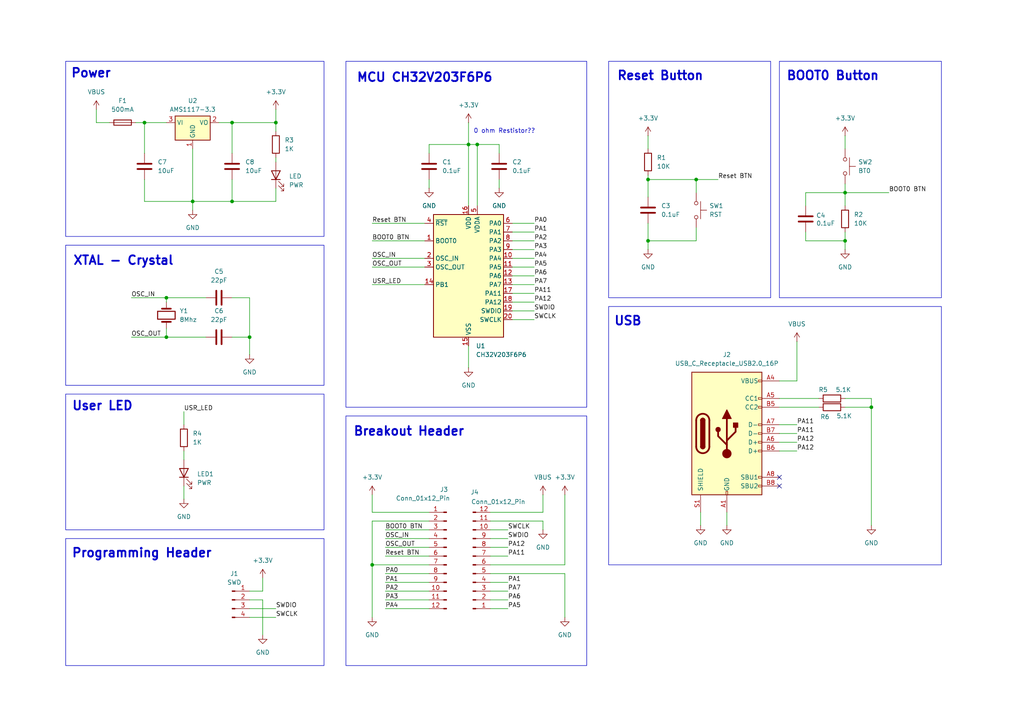
<source format=kicad_sch>
(kicad_sch (version 20250114) (generator "eeschema") (generator_version "9.0")
  (paper "A4")
  (title_block (title "Taunoe CH332V203F6P6") (date "2025-03-25") (company "Tauno Erik"))
  (lib_symbols
    (symbol "Connector:Conn_01x04_Pin" (pin_names (offset 1.016) (hide yes))
      (property "Reference" "J" (at 0 5.08 0))
      (property "Value" "Conn_01x04_Pin" (at 0 -7.62 0))
      (symbol "Conn_01x04_Pin_1_1"
        (rectangle (start 0.8636 2.667) (end 0 2.413) (stroke (width 0.1524)) (fill (type outline)))
        (rectangle (start 0.8636 0.127) (end 0 -0.127) (stroke (width 0.1524)) (fill (type outline)))
        (rectangle (start 0.8636 -2.413) (end 0 -2.667) (stroke (width 0.1524)) (fill (type outline)))
        (rectangle (start 0.8636 -4.953) (end 0 -5.207) (stroke (width 0.1524)) (fill (type outline)))
        (polyline (pts (xy 1.27 2.54) (xy 0.8636 2.54)) (stroke (width 0.1524)))
        (polyline (pts (xy 1.27 0) (xy 0.8636 0)) (stroke (width 0.1524)))
        (polyline (pts (xy 1.27 -2.54) (xy 0.8636 -2.54)) (stroke (width 0.1524)))
        (polyline (pts (xy 1.27 -5.08) (xy 0.8636 -5.08)) (stroke (width 0.1524)))
        (pin passive line (at 5.08 2.54 180) (length 3.81) (name "Pin_1") (number "1"))
        (pin passive line (at 5.08 0 180) (length 3.81) (name "Pin_2") (number "2"))
        (pin passive line (at 5.08 -2.54 180) (length 3.81) (name "Pin_3") (number "3"))
        (pin passive line (at 5.08 -5.08 180) (length 3.81) (name "Pin_4") (number "4"))
      )
    )
    (symbol "Connector:Conn_01x12_Pin" (pin_names (offset 1.016) (hide yes))
      (property "Reference" "J" (at 0 15.24 0))
      (property "Value" "Conn_01x12_Pin" (at 0 -17.78 0))
      (symbol "Conn_01x12_Pin_1_1"
        (rectangle (start 0.8636 12.827) (end 0 12.573) (stroke (width 0.1524)) (fill (type outline)))
        (rectangle (start 0.8636 10.287) (end 0 10.033) (stroke (width 0.1524)) (fill (type outline)))
        (rectangle (start 0.8636 7.747) (end 0 7.493) (stroke (width 0.1524)) (fill (type outline)))
        (rectangle (start 0.8636 5.207) (end 0 4.953) (stroke (width 0.1524)) (fill (type outline)))
        (rectangle (start 0.8636 2.667) (end 0 2.413) (stroke (width 0.1524)) (fill (type outline)))
        (rectangle (start 0.8636 0.127) (end 0 -0.127) (stroke (width 0.1524)) (fill (type outline)))
        (rectangle (start 0.8636 -2.413) (end 0 -2.667) (stroke (width 0.1524)) (fill (type outline)))
        (rectangle (start 0.8636 -4.953) (end 0 -5.207) (stroke (width 0.1524)) (fill (type outline)))
        (rectangle (start 0.8636 -7.493) (end 0 -7.747) (stroke (width 0.1524)) (fill (type outline)))
        (rectangle (start 0.8636 -10.033) (end 0 -10.287) (stroke (width 0.1524)) (fill (type outline)))
        (rectangle (start 0.8636 -12.573) (end 0 -12.827) (stroke (width 0.1524)) (fill (type outline)))
        (rectangle (start 0.8636 -15.113) (end 0 -15.367) (stroke (width 0.1524)) (fill (type outline)))
        (polyline (pts (xy 1.27 12.7) (xy 0.8636 12.7)) (stroke (width 0.1524)))
        (polyline (pts (xy 1.27 10.16) (xy 0.8636 10.16)) (stroke (width 0.1524)))
        (polyline (pts (xy 1.27 7.62) (xy 0.8636 7.62)) (stroke (width 0.1524)))
        (polyline (pts (xy 1.27 5.08) (xy 0.8636 5.08)) (stroke (width 0.1524)))
        (polyline (pts (xy 1.27 2.54) (xy 0.8636 2.54)) (stroke (width 0.1524)))
        (polyline (pts (xy 1.27 0) (xy 0.8636 0)) (stroke (width 0.1524)))
        (polyline (pts (xy 1.27 -2.54) (xy 0.8636 -2.54)) (stroke (width 0.1524)))
        (polyline (pts (xy 1.27 -5.08) (xy 0.8636 -5.08)) (stroke (width 0.1524)))
        (polyline (pts (xy 1.27 -7.62) (xy 0.8636 -7.62)) (stroke (width 0.1524)))
        (polyline (pts (xy 1.27 -10.16) (xy 0.8636 -10.16)) (stroke (width 0.1524)))
        (polyline (pts (xy 1.27 -12.7) (xy 0.8636 -12.7)) (stroke (width 0.1524)))
        (polyline (pts (xy 1.27 -15.24) (xy 0.8636 -15.24)) (stroke (width 0.1524)))
        (pin passive line (at 5.08 12.7 180) (length 3.81) (name "Pin_1") (number "1"))
        (pin passive line (at 5.08 10.16 180) (length 3.81) (name "Pin_2") (number "2"))
        (pin passive line (at 5.08 7.62 180) (length 3.81) (name "Pin_3") (number "3"))
        (pin passive line (at 5.08 5.08 180) (length 3.81) (name "Pin_4") (number "4"))
        (pin passive line (at 5.08 2.54 180) (length 3.81) (name "Pin_5") (number "5"))
        (pin passive line (at 5.08 0 180) (length 3.81) (name "Pin_6") (number "6"))
        (pin passive line (at 5.08 -2.54 180) (length 3.81) (name "Pin_7") (number "7"))
        (pin passive line (at 5.08 -5.08 180) (length 3.81) (name "Pin_8") (number "8"))
        (pin passive line (at 5.08 -7.62 180) (length 3.81) (name "Pin_9") (number "9"))
        (pin passive line (at 5.08 -10.16 180) (length 3.81) (name "Pin_10") (number "10"))
        (pin passive line (at 5.08 -12.7 180) (length 3.81) (name "Pin_11") (number "11"))
        (pin passive line (at 5.08 -15.24 180) (length 3.81) (name "Pin_12") (number "12"))
      )
    )
    (symbol "Connector:USB_C_Receptacle_USB2.0_16P" (pin_names (offset 1.016))
      (property "Reference" "J" (at 0 22.225 0))
      (property "Value" "USB_C_Receptacle_USB2.0_16P" (at 0 19.685 0))
      (symbol "USB_C_Receptacle_USB2.0_16P_0_0"
        (rectangle (start -0.254 -17.78) (end 0.254 -16.764))
        (rectangle (start 10.16 15.494) (end 9.144 14.986))
        (rectangle (start 10.16 10.414) (end 9.144 9.906))
        (rectangle (start 10.16 7.874) (end 9.144 7.366))
        (rectangle (start 10.16 2.794) (end 9.144 2.286))
        (rectangle (start 10.16 0.254) (end 9.144 -0.254))
        (rectangle (start 10.16 -2.286) (end 9.144 -2.794))
        (rectangle (start 10.16 -4.826) (end 9.144 -5.334))
        (rectangle (start 10.16 -12.446) (end 9.144 -12.954))
        (rectangle (start 10.16 -14.986) (end 9.144 -15.494))
      )
      (symbol "USB_C_Receptacle_USB2.0_16P_0_1"
        (rectangle (start -10.16 17.78) (end 10.16 -17.78) (stroke (width 0.254)) (fill (type background)))
        (polyline (pts (xy -8.89 -3.81) (xy -8.89 3.81)) (stroke (width 0.508)))
        (rectangle (start -7.62 -3.81) (end -6.35 3.81) (stroke (width 0.254)) (fill (type outline)))
        (arc (start -7.62 3.81) (mid -6.985 4.4423) (end -6.35 3.81) (stroke (width 0.254)))
        (arc (start -7.62 3.81) (mid -6.985 4.4423) (end -6.35 3.81) (stroke (width 0.254)) (fill (type outline)))
        (arc (start -8.89 3.81) (mid -6.985 5.7067) (end -5.08 3.81) (stroke (width 0.508)))
        (arc (start -5.08 -3.81) (mid -6.985 -5.7067) (end -8.89 -3.81) (stroke (width 0.508)))
        (arc (start -6.35 -3.81) (mid -6.985 -4.4423) (end -7.62 -3.81) (stroke (width 0.254)))
        (arc (start -6.35 -3.81) (mid -6.985 -4.4423) (end -7.62 -3.81) (stroke (width 0.254)) (fill (type outline)))
        (polyline (pts (xy -5.08 3.81) (xy -5.08 -3.81)) (stroke (width 0.508)))
        (circle (center -2.54 1.143) (radius 0.635) (stroke (width 0.254)) (fill (type outline)))
        (polyline (pts (xy -1.27 4.318) (xy 0 6.858) (xy 1.27 4.318) (xy -1.27 4.318)) (stroke (width 0.254)) (fill (type outline)))
        (polyline (pts (xy 0 -2.032) (xy 2.54 0.508) (xy 2.54 1.778)) (stroke (width 0.508)))
        (polyline (pts (xy 0 -3.302) (xy -2.54 -0.762) (xy -2.54 0.508)) (stroke (width 0.508)))
        (polyline (pts (xy 0 -5.842) (xy 0 4.318)) (stroke (width 0.508)))
        (circle (center 0 -5.842) (radius 1.27) (fill (type outline)))
        (rectangle (start 1.905 1.778) (end 3.175 3.048) (stroke (width 0.254)) (fill (type outline)))
      )
      (symbol "USB_C_Receptacle_USB2.0_16P_1_1"
        (pin passive line (at -7.62 -22.86 90) (length 5.08) (name "SHIELD") (number "S1"))
        (pin passive line (at 0 -22.86 90) (length 5.08) (name "GND") (number "A1"))
        (pin passive line (at 0 -22.86 90) (length 5.08) (hide yes) (name "GND") (number "A12"))
        (pin passive line (at 0 -22.86 90) (length 5.08) (hide yes) (name "GND") (number "B1"))
        (pin passive line (at 0 -22.86 90) (length 5.08) (hide yes) (name "GND") (number "B12"))
        (pin passive line (at 15.24 15.24 180) (length 5.08) (name "VBUS") (number "A4"))
        (pin passive line (at 15.24 15.24 180) (length 5.08) (hide yes) (name "VBUS") (number "A9"))
        (pin passive line (at 15.24 15.24 180) (length 5.08) (hide yes) (name "VBUS") (number "B4"))
        (pin passive line (at 15.24 15.24 180) (length 5.08) (hide yes) (name "VBUS") (number "B9"))
        (pin bidirectional line (at 15.24 10.16 180) (length 5.08) (name "CC1") (number "A5"))
        (pin bidirectional line (at 15.24 7.62 180) (length 5.08) (name "CC2") (number "B5"))
        (pin bidirectional line (at 15.24 2.54 180) (length 5.08) (name "D-") (number "A7"))
        (pin bidirectional line (at 15.24 0 180) (length 5.08) (name "D-") (number "B7"))
        (pin bidirectional line (at 15.24 -2.54 180) (length 5.08) (name "D+") (number "A6"))
        (pin bidirectional line (at 15.24 -5.08 180) (length 5.08) (name "D+") (number "B6"))
        (pin bidirectional line (at 15.24 -12.7 180) (length 5.08) (name "SBU1") (number "A8"))
        (pin bidirectional line (at 15.24 -15.24 180) (length 5.08) (name "SBU2") (number "B8"))
      )
    )
    (symbol "Device:C" (pin_numbers (hide yes)) (pin_names (offset 0.254))
      (property "Reference" "C" (at 0.635 2.54 0))
      (property "Value" "C" (at 0.635 -2.54 0))
      (symbol "C_0_1"
        (polyline (pts (xy -2.032 0.762) (xy 2.032 0.762)) (stroke (width 0.508)))
        (polyline (pts (xy -2.032 -0.762) (xy 2.032 -0.762)) (stroke (width 0.508)))
      )
      (symbol "C_1_1"
        (pin passive line (at 0 3.81 270) (length 2.794) (name "~") (number "1"))
        (pin passive line (at 0 -3.81 90) (length 2.794) (name "~") (number "2"))
      )
    )
    (symbol "Device:Crystal" (pin_numbers (hide yes)) (pin_names (offset 1.016) (hide yes))
      (property "Reference" "Y" (at 0 3.81 0))
      (property "Value" "Crystal" (at 0 -3.81 0))
      (symbol "Crystal_0_1"
        (polyline (pts (xy -2.54 0) (xy -1.905 0)))
        (polyline (pts (xy -1.905 -1.27) (xy -1.905 1.27)) (stroke (width 0.508)))
        (rectangle (start -1.143 2.54) (end 1.143 -2.54) (stroke (width 0.3048)))
        (polyline (pts (xy 1.905 -1.27) (xy 1.905 1.27)) (stroke (width 0.508)))
        (polyline (pts (xy 2.54 0) (xy 1.905 0)))
      )
      (symbol "Crystal_1_1"
        (pin passive line (at -3.81 0 0) (length 1.27) (name "1") (number "1"))
        (pin passive line (at 3.81 0 180) (length 1.27) (name "2") (number "2"))
      )
    )
    (symbol "Device:Fuse" (pin_numbers (hide yes)) (pin_names (offset 0))
      (property "Reference" "F" (at 2.032 0 90))
      (property "Value" "Fuse" (at -1.905 0 90))
      (symbol "Fuse_0_1"
        (rectangle (start -0.762 -2.54) (end 0.762 2.54) (stroke (width 0.254)))
        (polyline (pts (xy 0 2.54) (xy 0 -2.54)))
      )
      (symbol "Fuse_1_1"
        (pin passive line (at 0 3.81 270) (length 1.27) (name "~") (number "1"))
        (pin passive line (at 0 -3.81 90) (length 1.27) (name "~") (number "2"))
      )
    )
    (symbol "Device:LED" (pin_numbers (hide yes)) (pin_names (offset 1.016) (hide yes))
      (property "Reference" "D" (at 0 2.54 0))
      (property "Value" "LED" (at 0 -2.54 0))
      (symbol "LED_0_1"
        (polyline (pts (xy -3.048 -0.762) (xy -4.572 -2.286) (xy -3.81 -2.286) (xy -4.572 -2.286) (xy -4.572 -1.524)))
        (polyline (pts (xy -1.778 -0.762) (xy -3.302 -2.286) (xy -2.54 -2.286) (xy -3.302 -2.286) (xy -3.302 -1.524)))
        (polyline (pts (xy -1.27 0) (xy 1.27 0)))
        (polyline (pts (xy -1.27 -1.27) (xy -1.27 1.27)) (stroke (width 0.254)))
        (polyline (pts (xy 1.27 -1.27) (xy 1.27 1.27) (xy -1.27 0) (xy 1.27 -1.27)) (stroke (width 0.254)))
      )
      (symbol "LED_1_1"
        (pin passive line (at -3.81 0 0) (length 2.54) (name "K") (number "1"))
        (pin passive line (at 3.81 0 180) (length 2.54) (name "A") (number "2"))
      )
    )
    (symbol "Device:R" (pin_numbers (hide yes)) (pin_names (offset 0))
      (property "Reference" "R" (at 2.032 0 90))
      (property "Value" "R" (at 0 0 90))
      (symbol "R_0_1"
        (rectangle (start -1.016 -2.54) (end 1.016 2.54) (stroke (width 0.254)))
      )
      (symbol "R_1_1"
        (pin passive line (at 0 3.81 270) (length 1.27) (name "~") (number "1"))
        (pin passive line (at 0 -3.81 90) (length 1.27) (name "~") (number "2"))
      )
    )
    (symbol "MCU_WCH_CH32V2:CH32V203F6P6"
      (property "Reference" "U" (at -10.16 19.05 0))
      (property "Value" "CH32V203F6P6" (at 2.54 19.05 0))
      (symbol "CH32V203F6P6_0_1"
        (rectangle (start -10.16 -17.78) (end 10.16 17.78) (stroke (width 0.254)) (fill (type background)))
      )
      (symbol "CH32V203F6P6_1_1"
        (pin input line (at -12.7 15.24 0) (length 2.54) (name "~{RST}") (number "4"))
        (pin bidirectional line (at -12.7 10.16 0) (length 2.54) (name "BOOT0") (number "1"))
        (pin bidirectional line (at -12.7 5.08 0) (length 2.54) (name "OSC_IN") (number "2"))
        (pin bidirectional line (at -12.7 2.54 0) (length 2.54) (name "OSC_OUT") (number "3"))
        (pin bidirectional line (at -12.7 -2.54 0) (length 2.54) (name "PB1") (number "14"))
        (pin power_in line (at 0 20.32 270) (length 2.54) (name "VDD") (number "16"))
        (pin power_in line (at 0 -20.32 90) (length 2.54) (name "VSS") (number "15"))
        (pin power_in line (at 2.54 20.32 270) (length 2.54) (name "VDDA") (number "5"))
        (pin bidirectional line (at 12.7 15.24 180) (length 2.54) (name "PA0") (number "6"))
        (pin bidirectional line (at 12.7 12.7 180) (length 2.54) (name "PA1") (number "7"))
        (pin bidirectional line (at 12.7 10.16 180) (length 2.54) (name "PA2") (number "8"))
        (pin bidirectional line (at 12.7 7.62 180) (length 2.54) (name "PA3") (number "9"))
        (pin bidirectional line (at 12.7 5.08 180) (length 2.54) (name "PA4") (number "10"))
        (pin bidirectional line (at 12.7 2.54 180) (length 2.54) (name "PA5") (number "11"))
        (pin bidirectional line (at 12.7 0 180) (length 2.54) (name "PA6") (number "12"))
        (pin bidirectional line (at 12.7 -2.54 180) (length 2.54) (name "PA7") (number "13"))
        (pin bidirectional line (at 12.7 -5.08 180) (length 2.54) (name "PA11") (number "17"))
        (pin bidirectional line (at 12.7 -7.62 180) (length 2.54) (name "PA12") (number "18"))
        (pin bidirectional line (at 12.7 -10.16 180) (length 2.54) (name "SWDIO") (number "19"))
        (pin bidirectional line (at 12.7 -12.7 180) (length 2.54) (name "SWCLK") (number "20"))
      )
    )
    (symbol "Regulator_Linear:AMS1117-3.3"
      (property "Reference" "U" (at -3.81 3.175 0))
      (property "Value" "AMS1117-3.3" (at 0 3.175 0))
      (symbol "AMS1117-3.3_0_1"
        (rectangle (start -5.08 -5.08) (end 5.08 1.905) (stroke (width 0.254)) (fill (type background)))
      )
      (symbol "AMS1117-3.3_1_1"
        (pin power_in line (at -7.62 0 0) (length 2.54) (name "VI") (number "3"))
        (pin power_in line (at 0 -7.62 90) (length 2.54) (name "GND") (number "1"))
        (pin power_out line (at 7.62 0 180) (length 2.54) (name "VO") (number "2"))
      )
    )
    (symbol "Switch:SW_Push" (pin_numbers (hide yes)) (pin_names (offset 1.016) (hide yes))
      (property "Reference" "SW" (at 1.27 2.54 0))
      (property "Value" "SW_Push" (at 0 -1.524 0))
      (symbol "SW_Push_0_1"
        (circle (center -2.032 0) (radius 0.508))
        (polyline (pts (xy 0 1.27) (xy 0 3.048)))
        (circle (center 2.032 0) (radius 0.508))
        (polyline (pts (xy 2.54 1.27) (xy -2.54 1.27)))
        (pin passive line (at -5.08 0 0) (length 2.54) (name "1") (number "1"))
        (pin passive line (at 5.08 0 180) (length 2.54) (name "2") (number "2"))
      )
    )
    (symbol "power:+3.3V" (power) (pin_numbers (hide yes)) (pin_names (offset 0) (hide yes))
      (property "Value" "+3.3V" (at 0 3.556 0))
      (symbol "+3.3V_0_1"
        (polyline (pts (xy -0.762 1.27) (xy 0 2.54)))
        (polyline (pts (xy 0 2.54) (xy 0.762 1.27)))
        (polyline (pts (xy 0 0) (xy 0 2.54)))
      )
      (symbol "+3.3V_1_1"
        (pin power_in line (at 0 0 90) (length 0) (name "~") (number "1"))
      )
    )
    (symbol "power:GND" (power) (pin_numbers (hide yes)) (pin_names (offset 0) (hide yes))
      (property "Value" "GND" (at 0 -3.81 0))
      (symbol "GND_0_1"
        (polyline (pts (xy 0 0) (xy 0 -1.27) (xy 1.27 -1.27) (xy 0 -2.54) (xy -1.27 -1.27) (xy 0 -1.27)))
      )
      (symbol "GND_1_1"
        (pin power_in line (at 0 0 270) (length 0) (name "~") (number "1"))
      )
    )
    (symbol "power:VBUS" (power) (pin_numbers (hide yes)) (pin_names (offset 0) (hide yes))
      (property "Value" "VBUS" (at 0 3.556 0))
      (symbol "VBUS_0_1"
        (polyline (pts (xy -0.762 1.27) (xy 0 2.54)))
        (polyline (pts (xy 0 2.54) (xy 0.762 1.27)))
        (polyline (pts (xy 0 0) (xy 0 2.54)))
      )
      (symbol "VBUS_1_1"
        (pin power_in line (at 0 0 90) (length 0) (name "~") (number "1"))
      )
    )
  )
  (rectangle (start 19.05 114.3) (end 93.98 153.67))
  (rectangle (start 176.53 17.78) (end 223.52 86.36))
  (rectangle (start 100.33 120.65) (end 170.18 193.04))
  (rectangle (start 176.53 88.9) (end 273.05 163.83))
  (rectangle (start 226.06 17.78) (end 273.05 86.36))
  (rectangle (start 19.05 156.21) (end 93.98 193.04))
  (rectangle (start 19.05 17.78) (end 93.98 68.58))
  (rectangle (start 19.05 71.12) (end 93.98 111.76))
  (rectangle (start 100.33 17.78) (end 170.18 118.11))
  (text "Power" (at 26.416 21.336 0) (effects (font (size 2.54 2.54) (thickness 0.508) (bold yes))))
  (text "MCU CH32V203F6P6" (at 123.19 22.606 0) (effects (font (size 2.54 2.54) (thickness 0.508) (bold yes))))
  (text "0 ohm Restistor??" (at 146.304 38.1 0) (effects (font (size 1.27 1.27))))
  (text "USB" (at 182.118 93.218 0) (effects (font (size 2.54 2.54) (thickness 0.508) (bold yes))))
  (text "XTAL - Crystal" (at 35.814 75.692 0) (effects (font (size 2.54 2.54) (thickness 0.508) (bold yes))))
  (text "BOOT0 Button" (at 241.554 22.098 0) (effects (font (size 2.54 2.54) (thickness 0.508) (bold yes))))
  (text "Breakout Header" (at 118.618 125.222 0) (effects (font (size 2.54 2.54) (thickness 0.508) (bold yes))))
  (text "User LED" (at 29.718 117.856 0) (effects (font (size 2.54 2.54) (thickness 0.508) (bold yes))))
  (text "Programming Header" (at 41.148 160.528 0) (effects (font (size 2.54 2.54) (thickness 0.508) (bold yes))))
  (text "Reset Button" (at 191.516 22.098 0) (effects (font (size 2.54 2.54) (thickness 0.508) (bold yes))))
  (junction (at 138.43 41.91))
  (junction (at 187.96 52.07))
  (junction (at 41.91 35.56))
  (junction (at 201.93 52.07))
  (junction (at 67.31 58.42))
  (junction (at 72.39 97.79))
  (junction (at 48.26 97.79))
  (junction (at 107.95 163.83))
  (junction (at 135.89 41.91))
  (junction (at 252.73 118.11))
  (junction (at 245.11 69.85))
  (junction (at 80.01 35.56))
  (junction (at 187.96 69.85))
  (junction (at 48.26 86.36))
  (junction (at 245.11 55.88))
  (junction (at 67.31 35.56))
  (junction (at 55.88 58.42))
  (no_connect (at 226.06 138.43))
  (no_connect (at 226.06 140.97))
  (wire (pts (xy 245.11 67.31) (xy 245.11 69.85)))
  (wire (pts (xy 142.24 168.91) (xy 147.32 168.91)))
  (wire (pts (xy 142.24 156.21) (xy 147.32 156.21)))
  (wire (pts (xy 111.76 168.91) (xy 124.46 168.91)))
  (wire (pts (xy 144.78 44.45) (xy 144.78 41.91)))
  (wire (pts (xy 48.26 95.25) (xy 48.26 97.79)))
  (wire (pts (xy 142.24 163.83) (xy 163.83 163.83)))
  (wire (pts (xy 245.11 53.34) (xy 245.11 55.88)))
  (wire (pts (xy 38.1 86.36) (xy 48.26 86.36)))
  (wire (pts (xy 245.11 115.57) (xy 252.73 115.57)))
  (wire (pts (xy 48.26 86.36) (xy 48.26 87.63)))
  (wire (pts (xy 39.37 35.56) (xy 41.91 35.56)))
  (wire (pts (xy 111.76 158.75) (xy 124.46 158.75)))
  (wire (pts (xy 245.11 118.11) (xy 252.73 118.11)))
  (wire (pts (xy 226.06 128.27) (xy 231.14 128.27)))
  (wire (pts (xy 107.95 69.85) (xy 123.19 69.85)))
  (wire (pts (xy 124.46 44.45) (xy 124.46 41.91)))
  (wire (pts (xy 53.34 140.97) (xy 53.34 144.78)))
  (wire (pts (xy 107.95 151.13) (xy 107.95 163.83)))
  (wire (pts (xy 148.59 92.71) (xy 154.94 92.71)))
  (wire (pts (xy 53.34 130.81) (xy 53.34 133.35)))
  (wire (pts (xy 80.01 31.75) (xy 80.01 35.56)))
  (wire (pts (xy 41.91 35.56) (xy 48.26 35.56)))
  (wire (pts (xy 148.59 69.85) (xy 154.94 69.85)))
  (wire (pts (xy 27.94 35.56) (xy 27.94 31.75)))
  (wire (pts (xy 107.95 82.55) (xy 123.19 82.55)))
  (wire (pts (xy 231.14 99.06) (xy 231.14 110.49)))
  (wire (pts (xy 67.31 52.07) (xy 67.31 58.42)))
  (wire (pts (xy 233.68 55.88) (xy 245.11 55.88)))
  (wire (pts (xy 142.24 173.99) (xy 147.32 173.99)))
  (wire (pts (xy 157.48 151.13) (xy 157.48 153.67)))
  (wire (pts (xy 38.1 97.79) (xy 48.26 97.79)))
  (wire (pts (xy 111.76 176.53) (xy 124.46 176.53)))
  (wire (pts (xy 72.39 97.79) (xy 72.39 102.87)))
  (wire (pts (xy 231.14 110.49) (xy 226.06 110.49)))
  (wire (pts (xy 187.96 52.07) (xy 187.96 57.15)))
  (wire (pts (xy 67.31 35.56) (xy 80.01 35.56)))
  (wire (pts (xy 148.59 77.47) (xy 154.94 77.47)))
  (wire (pts (xy 203.2 148.59) (xy 203.2 152.4)))
  (wire (pts (xy 148.59 85.09) (xy 154.94 85.09)))
  (wire (pts (xy 148.59 82.55) (xy 154.94 82.55)))
  (wire (pts (xy 148.59 64.77) (xy 154.94 64.77)))
  (wire (pts (xy 187.96 69.85) (xy 201.93 69.85)))
  (wire (pts (xy 67.31 44.45) (xy 67.31 35.56)))
  (wire (pts (xy 148.59 72.39) (xy 154.94 72.39)))
  (wire (pts (xy 144.78 52.07) (xy 144.78 54.61)))
  (wire (pts (xy 107.95 74.93) (xy 123.19 74.93)))
  (wire (pts (xy 107.95 148.59) (xy 107.95 143.51)))
  (wire (pts (xy 135.89 41.91) (xy 135.89 59.69)))
  (wire (pts (xy 187.96 50.8) (xy 187.96 52.07)))
  (wire (pts (xy 72.39 97.79) (xy 67.31 97.79)))
  (wire (pts (xy 138.43 59.69) (xy 138.43 41.91)))
  (wire (pts (xy 142.24 153.67) (xy 147.32 153.67)))
  (wire (pts (xy 226.06 123.19) (xy 231.14 123.19)))
  (wire (pts (xy 148.59 74.93) (xy 154.94 74.93)))
  (wire (pts (xy 233.68 69.85) (xy 245.11 69.85)))
  (wire (pts (xy 53.34 119.38) (xy 53.34 123.19)))
  (wire (pts (xy 142.24 171.45) (xy 147.32 171.45)))
  (wire (pts (xy 142.24 176.53) (xy 147.32 176.53)))
  (wire (pts (xy 142.24 166.37) (xy 163.83 166.37)))
  (wire (pts (xy 72.39 173.99) (xy 76.2 173.99)))
  (wire (pts (xy 201.93 52.07) (xy 208.28 52.07)))
  (wire (pts (xy 148.59 90.17) (xy 154.94 90.17)))
  (wire (pts (xy 72.39 176.53) (xy 80.01 176.53)))
  (wire (pts (xy 201.93 52.07) (xy 201.93 55.88)))
  (wire (pts (xy 41.91 52.07) (xy 41.91 58.42)))
  (wire (pts (xy 142.24 151.13) (xy 157.48 151.13)))
  (wire (pts (xy 148.59 67.31) (xy 154.94 67.31)))
  (wire (pts (xy 124.46 41.91) (xy 135.89 41.91)))
  (wire (pts (xy 226.06 125.73) (xy 231.14 125.73)))
  (wire (pts (xy 245.11 55.88) (xy 257.81 55.88)))
  (wire (pts (xy 67.31 86.36) (xy 72.39 86.36)))
  (wire (pts (xy 67.31 35.56) (xy 63.5 35.56)))
  (wire (pts (xy 80.01 45.72) (xy 80.01 46.99)))
  (wire (pts (xy 124.46 148.59) (xy 107.95 148.59)))
  (wire (pts (xy 245.11 39.37) (xy 245.11 43.18)))
  (wire (pts (xy 142.24 158.75) (xy 147.32 158.75)))
  (wire (pts (xy 111.76 171.45) (xy 124.46 171.45)))
  (wire (pts (xy 55.88 58.42) (xy 55.88 60.96)))
  (wire (pts (xy 135.89 100.33) (xy 135.89 106.68)))
  (wire (pts (xy 41.91 35.56) (xy 41.91 44.45)))
  (wire (pts (xy 55.88 43.18) (xy 55.88 58.42)))
  (wire (pts (xy 124.46 151.13) (xy 107.95 151.13)))
  (wire (pts (xy 111.76 153.67) (xy 124.46 153.67)))
  (wire (pts (xy 107.95 77.47) (xy 123.19 77.47)))
  (wire (pts (xy 135.89 35.56) (xy 135.89 41.91)))
  (wire (pts (xy 72.39 86.36) (xy 72.39 97.79)))
  (wire (pts (xy 245.11 55.88) (xy 245.11 59.69)))
  (wire (pts (xy 187.96 39.37) (xy 187.96 43.18)))
  (wire (pts (xy 111.76 156.21) (xy 124.46 156.21)))
  (wire (pts (xy 111.76 161.29) (xy 124.46 161.29)))
  (wire (pts (xy 226.06 115.57) (xy 237.49 115.57)))
  (wire (pts (xy 148.59 87.63) (xy 154.94 87.63)))
  (wire (pts (xy 233.68 59.69) (xy 233.68 55.88)))
  (wire (pts (xy 72.39 179.07) (xy 80.01 179.07)))
  (wire (pts (xy 80.01 35.56) (xy 80.01 38.1)))
  (wire (pts (xy 226.06 118.11) (xy 237.49 118.11)))
  (wire (pts (xy 76.2 167.64) (xy 76.2 171.45)))
  (wire (pts (xy 107.95 163.83) (xy 124.46 163.83)))
  (wire (pts (xy 76.2 173.99) (xy 76.2 184.15)))
  (wire (pts (xy 233.68 67.31) (xy 233.68 69.85)))
  (wire (pts (xy 80.01 54.61) (xy 80.01 58.42)))
  (wire (pts (xy 55.88 58.42) (xy 67.31 58.42)))
  (wire (pts (xy 80.01 58.42) (xy 67.31 58.42)))
  (wire (pts (xy 48.26 97.79) (xy 59.69 97.79)))
  (wire (pts (xy 163.83 143.51) (xy 163.83 163.83)))
  (wire (pts (xy 187.96 64.77) (xy 187.96 69.85)))
  (wire (pts (xy 157.48 148.59) (xy 142.24 148.59)))
  (wire (pts (xy 144.78 41.91) (xy 138.43 41.91)))
  (wire (pts (xy 210.82 148.59) (xy 210.82 152.4)))
  (wire (pts (xy 124.46 52.07) (xy 124.46 54.61)))
  (wire (pts (xy 111.76 166.37) (xy 124.46 166.37)))
  (wire (pts (xy 111.76 173.99) (xy 124.46 173.99)))
  (wire (pts (xy 148.59 80.01) (xy 154.94 80.01)))
  (wire (pts (xy 163.83 166.37) (xy 163.83 179.07)))
  (wire (pts (xy 31.75 35.56) (xy 27.94 35.56)))
  (wire (pts (xy 252.73 115.57) (xy 252.73 118.11)))
  (wire (pts (xy 76.2 171.45) (xy 72.39 171.45)))
  (wire (pts (xy 187.96 69.85) (xy 187.96 72.39)))
  (wire (pts (xy 201.93 66.04) (xy 201.93 69.85)))
  (wire (pts (xy 138.43 41.91) (xy 135.89 41.91)))
  (wire (pts (xy 226.06 130.81) (xy 231.14 130.81)))
  (wire (pts (xy 252.73 118.11) (xy 252.73 152.4)))
  (wire (pts (xy 187.96 52.07) (xy 201.93 52.07)))
  (wire (pts (xy 107.95 163.83) (xy 107.95 179.07)))
  (wire (pts (xy 245.11 69.85) (xy 245.11 72.39)))
  (wire (pts (xy 157.48 143.51) (xy 157.48 148.59)))
  (wire (pts (xy 41.91 58.42) (xy 55.88 58.42)))
  (wire (pts (xy 142.24 161.29) (xy 147.32 161.29)))
  (wire (pts (xy 107.95 64.77) (xy 123.19 64.77)))
  (wire (pts (xy 48.26 86.36) (xy 59.69 86.36)))
  (label "PA12" (at 147.32 158.75 0))
  (label "PA2" (at 154.94 69.85 0))
  (label "PA2" (at 111.76 171.45 0))
  (label "PA4" (at 154.94 74.93 0))
  (label "Reset BTN" (at 208.28 52.07 0))
  (label "OSC_OUT" (at 38.1 97.79 0))
  (label "PA0" (at 154.94 64.77 0))
  (label "OSC_IN" (at 107.95 74.93 0))
  (label "OSC_OUT" (at 107.95 77.47 0))
  (label "PA0" (at 111.76 166.37 0))
  (label "PA6" (at 154.94 80.01 0))
  (label "SWDIO" (at 80.01 176.53 0))
  (label "USR_LED" (at 53.34 119.38 0))
  (label "BOOT0 BTN" (at 111.76 153.67 0))
  (label "SWCLK" (at 80.01 179.07 0))
  (label "PA11" (at 154.94 85.09 0))
  (label "Reset BTN" (at 111.76 161.29 0))
  (label "PA12" (at 154.94 87.63 0))
  (label "Reset BTN" (at 107.95 64.77 0))
  (label "SWDIO" (at 147.32 156.21 0))
  (label "OSC_IN" (at 111.76 156.21 0))
  (label "OSC_OUT" (at 111.76 158.75 0))
  (label "PA7" (at 154.94 82.55 0))
  (label "SWDIO" (at 154.94 90.17 0))
  (label "PA5" (at 154.94 77.47 0))
  (label "PA6" (at 147.32 173.99 0))
  (label "PA12" (at 231.14 128.27 0))
  (label "PA4" (at 111.76 176.53 0))
  (label "PA7" (at 147.32 171.45 0))
  (label "SWCLK" (at 147.32 153.67 0))
  (label "PA11" (at 147.32 161.29 0))
  (label "OSC_IN" (at 38.1 86.36 0))
  (label "PA5" (at 147.32 176.53 0))
  (label "PA3" (at 111.76 173.99 0))
  (label "PA11" (at 231.14 125.73 0))
  (label "BOOT0 BTN" (at 107.95 69.85 0))
  (label "PA1" (at 147.32 168.91 0))
  (label "USR_LED" (at 107.95 82.55 0))
  (label "PA11" (at 231.14 123.19 0))
  (label "PA3" (at 154.94 72.39 0))
  (label "PA12" (at 231.14 130.81 0))
  (label "PA1" (at 154.94 67.31 0))
  (label "SWCLK" (at 154.94 92.71 0))
  (label "BOOT0 BTN" (at 257.81 55.88 0))
  (label "PA1" (at 111.76 168.91 0))
  (symbol (lib_id "Connector:USB_C_Receptacle_USB2.0_16P") (at 210.82 125.73 0) (unit 1)
    (property "Reference" "J2" (at 210.82 102.87 0))
    (property "Value" "USB_C_Receptacle_USB2.0_16P" (at 210.82 105.41 0))
    (property "Footprint" "Connector_USB:USB_C_Receptacle_Palconn_UTC16-G" (effects (hide yes)))
    (property "Datasheet" "https://www.usb.org/sites/default/files/documents/usb_type-c.zip" (effects (hide yes)))
    (property "Description" "USB 2.0-only 16P Type-C Receptacle connector" (effects (hide yes)))
  )
  (symbol (lib_id "Device:LED") (at 80.01 50.8 90) (unit 1)
    (property "Reference" "LED" (at 83.82 51.1174 90) (effects (justify right)))
    (property "Value" "PWR" (at 83.82 53.6574 90) (effects (justify right)))
    (property "Footprint" "LED_SMD:LED_1206_3216Metric_Pad1.42x1.75mm_HandSolder" (effects (hide yes)))
    (property "Description" "Light emitting diode" (effects (hide yes)))
    (property "Sim.Pins" "1=K 2=A" (effects (hide yes)))
  )
  (symbol (lib_id "power:VBUS") (at 157.48 143.51 0) (unit 1)
    (property "Reference" "#PWR024" (effects (hide yes)))
    (property "Value" "VBUS" (at 157.48 138.43 0))
    (property "Description" "Power symbol creates a global label with name \"VBUS\"" (effects (hide yes)))
  )
  (symbol (lib_id "Device:C") (at 63.5 97.79 90) (unit 1)
    (property "Reference" "C6" (at 63.5 90.17 90))
    (property "Value" "22pF" (at 63.5 92.71 90))
    (property "Footprint" "Capacitor_SMD:C_1206_3216Metric_Pad1.33x1.80mm_HandSolder" (effects (hide yes)))
    (property "Description" "Unpolarized capacitor" (effects (hide yes)))
  )
  (symbol (lib_id "Device:Crystal") (at 48.26 91.44 90) (unit 1)
    (property "Reference" "Y1" (at 52.07 90.1699 90) (effects (justify right)))
    (property "Value" "8Mhz" (at 52.07 92.7099 90) (effects (justify right)))
    (property "Footprint" "Crystal:Crystal_SMD_5032-2Pin_5.0x3.2mm_HandSoldering" (effects (hide yes)))
    (property "Description" "Two pin crystal" (effects (hide yes)))
  )
  (symbol (lib_id "MCU_WCH_CH32V2:CH32V203F6P6") (at 135.89 80.01 0) (unit 1)
    (property "Reference" "U1" (at 138.0333 100.33 0) (effects (justify left)))
    (property "Value" "CH32V203F6P6" (at 138.0333 102.87 0) (effects (justify left)))
    (property "Footprint" "Package_SO:TSSOP-20_4.4x6.5mm_P0.65mm" (effects (hide yes)))
    (property "Datasheet" "http://www.wch-ic.com/products/CH32V203.html" (effects (hide yes)))
    (property "Description" "The CH32V203 is an industrial-grade enhanced low-power general-purpose MCU based on 32-bit RISC-V core." (effects (hide yes)))
  )
  (symbol (lib_id "Device:LED") (at 53.34 137.16 90) (unit 1)
    (property "Reference" "LED1" (at 57.15 137.4774 90) (effects (justify right)))
    (property "Value" "PWR" (at 57.15 140.0174 90) (effects (justify right)))
    (property "Footprint" "LED_SMD:LED_1206_3216Metric_Pad1.42x1.75mm_HandSolder" (effects (hide yes)))
    (property "Description" "Light emitting diode" (effects (hide yes)))
    (property "Sim.Pins" "1=K 2=A" (effects (hide yes)))
  )
  (symbol (lib_id "power:GND") (at 144.78 54.61 0) (unit 1)
    (property "Reference" "#PWR01" (effects (hide yes)))
    (property "Value" "GND" (at 144.78 59.69 0))
    (property "Description" "Power symbol creates a global label with name \"GND\" , ground" (effects (hide yes)))
  )
  (symbol (lib_id "Device:R") (at 53.34 127 0) (unit 1)
    (property "Reference" "R4" (at 55.88 125.7299 0) (effects (justify left)))
    (property "Value" "1K" (at 55.88 128.2699 0) (effects (justify left)))
    (property "Footprint" "Resistor_SMD:R_1206_3216Metric_Pad1.30x1.75mm_HandSolder" (effects (hide yes)))
    (property "Description" "Resistor" (effects (hide yes)))
  )
  (symbol (lib_id "Device:Fuse") (at 35.56 35.56 90) (unit 1)
    (property "Reference" "F1" (at 35.56 29.21 90))
    (property "Value" "500mA" (at 35.56 31.75 90))
    (property "Footprint" "Fuse:Fuse_1206_3216Metric_Pad1.42x1.75mm_HandSolder" (effects (hide yes)))
    (property "Description" "Fuse" (effects (hide yes)))
  )
  (symbol (lib_id "power:GND") (at 187.96 72.39 0) (unit 1)
    (property "Reference" "#PWR06" (effects (hide yes)))
    (property "Value" "GND" (at 187.96 77.47 0))
    (property "Description" "Power symbol creates a global label with name \"GND\" , ground" (effects (hide yes)))
  )
  (symbol (lib_id "Device:R") (at 241.3 118.11 90) (unit 1)
    (property "Reference" "R6" (at 239.268 120.904 90))
    (property "Value" "5.1K" (at 244.856 120.65 90))
    (property "Footprint" "Resistor_SMD:R_1206_3216Metric_Pad1.30x1.75mm_HandSolder" (effects (hide yes)))
    (property "Description" "Resistor" (effects (hide yes)))
  )
  (symbol (lib_id "Device:C") (at 41.91 48.26 0) (unit 1)
    (property "Reference" "C7" (at 45.72 46.9899 0) (effects (justify left)))
    (property "Value" "10uF" (at 45.72 49.5299 0) (effects (justify left)))
    (property "Footprint" "Capacitor_SMD:C_1206_3216Metric_Pad1.33x1.80mm_HandSolder" (effects (hide yes)))
    (property "Description" "Unpolarized capacitor" (effects (hide yes)))
  )
  (symbol (lib_id "power:GND") (at 135.89 106.68 0) (unit 1)
    (property "Reference" "#PWR04" (effects (hide yes)))
    (property "Value" "GND" (at 135.89 111.76 0))
    (property "Description" "Power symbol creates a global label with name \"GND\" , ground" (effects (hide yes)))
  )
  (symbol (lib_id "power:VBUS") (at 231.14 99.06 0) (unit 1)
    (property "Reference" "#PWR023" (effects (hide yes)))
    (property "Value" "VBUS" (at 231.14 93.98 0))
    (property "Description" "Power symbol creates a global label with name \"VBUS\"" (effects (hide yes)))
  )
  (symbol (lib_id "Device:C") (at 67.31 48.26 0) (unit 1)
    (property "Reference" "C8" (at 71.12 46.9899 0) (effects (justify left)))
    (property "Value" "10uF" (at 71.12 49.5299 0) (effects (justify left)))
    (property "Footprint" "Capacitor_SMD:C_1206_3216Metric_Pad1.33x1.80mm_HandSolder" (effects (hide yes)))
    (property "Description" "Unpolarized capacitor" (effects (hide yes)))
  )
  (symbol (lib_id "power:+3.3V") (at 76.2 167.64 0) (unit 1)
    (property "Reference" "#PWR014" (effects (hide yes)))
    (property "Value" "+3.3V" (at 76.2 162.56 0))
    (property "Description" "Power symbol creates a global label with name \"+3.3V\"" (effects (hide yes)))
  )
  (symbol (lib_id "power:VBUS") (at 27.94 31.75 0) (unit 1)
    (property "Reference" "#PWR022" (effects (hide yes)))
    (property "Value" "VBUS" (at 27.94 26.67 0))
    (property "Description" "Power symbol creates a global label with name \"VBUS\"" (effects (hide yes)))
  )
  (symbol (lib_id "power:GND") (at 245.11 72.39 0) (unit 1)
    (property "Reference" "#PWR07" (effects (hide yes)))
    (property "Value" "GND" (at 245.11 77.47 0))
    (property "Description" "Power symbol creates a global label with name \"GND\" , ground" (effects (hide yes)))
  )
  (symbol (lib_id "Connector:Conn_01x12_Pin") (at 129.54 161.29 0) (mirror y) (unit 1)
    (property "Reference" "J3" (at 128.778 141.986 0))
    (property "Value" "Conn_01x12_Pin" (at 122.682 144.526 0))
    (property "Footprint" "Connector_PinHeader_2.54mm:PinHeader_1x12_P2.54mm_Vertical" (effects (hide yes)))
    (property "Description" "Generic connector, single row, 01x12, script generated" (effects (hide yes)))
  )
  (symbol (lib_id "power:GND") (at 163.83 179.07 0) (unit 1)
    (property "Reference" "#PWR020" (effects (hide yes)))
    (property "Value" "GND" (at 163.83 184.15 0))
    (property "Description" "Power symbol creates a global label with name \"GND\" , ground" (effects (hide yes)))
  )
  (symbol (lib_id "Switch:SW_Push") (at 245.11 48.26 270) (unit 1)
    (property "Reference" "SW2" (at 248.92 46.9899 90) (effects (justify left)))
    (property "Value" "BT0" (at 248.92 49.5299 90) (effects (justify left)))
    (property "Footprint" "Taunoe_footprints:Push_button_smd_3x4x2_2pin" (effects (hide yes)))
    (property "Description" "Push button switch, generic, two pins" (effects (hide yes)))
  )
  (symbol (lib_id "Connector:Conn_01x04_Pin") (at 67.31 173.99 0) (unit 1)
    (property "Reference" "J1" (at 67.945 166.37 0))
    (property "Value" "SWD" (at 67.945 168.91 0))
    (property "Footprint" "Connector_PinHeader_2.54mm:PinHeader_1x04_P2.54mm_Vertical" (effects (hide yes)))
    (property "Description" "Generic connector, single row, 01x04, script generated" (effects (hide yes)))
  )
  (symbol (lib_id "Device:R") (at 245.11 63.5 0) (unit 1)
    (property "Reference" "R2" (at 247.65 62.2299 0) (effects (justify left)))
    (property "Value" "10K" (at 247.65 64.7699 0) (effects (justify left)))
    (property "Footprint" "Resistor_SMD:R_1206_3216Metric_Pad1.30x1.75mm_HandSolder" (effects (hide yes)))
    (property "Description" "Resistor" (effects (hide yes)))
  )
  (symbol (lib_id "power:+3.3V") (at 245.11 39.37 0) (unit 1)
    (property "Reference" "#PWR08" (effects (hide yes)))
    (property "Value" "+3.3V" (at 245.11 34.29 0))
    (property "Description" "Power symbol creates a global label with name \"+3.3V\"" (effects (hide yes)))
  )
  (symbol (lib_id "power:GND") (at 124.46 54.61 0) (unit 1)
    (property "Reference" "#PWR03" (effects (hide yes)))
    (property "Value" "GND" (at 124.46 59.69 0))
    (property "Description" "Power symbol creates a global label with name \"GND\" , ground" (effects (hide yes)))
  )
  (symbol (lib_id "Device:C") (at 144.78 48.26 0) (unit 1)
    (property "Reference" "C2" (at 148.59 46.9899 0) (effects (justify left)))
    (property "Value" "0.1uF" (at 148.59 49.5299 0) (effects (justify left)))
    (property "Footprint" "Capacitor_SMD:C_1206_3216Metric_Pad1.33x1.80mm_HandSolder" (effects (hide yes)))
    (property "Description" "Unpolarized capacitor" (effects (hide yes)))
  )
  (symbol (lib_id "power:+3.3V") (at 80.01 31.75 0) (unit 1)
    (property "Reference" "#PWR011" (effects (hide yes)))
    (property "Value" "+3.3V" (at 80.01 26.67 0))
    (property "Description" "Power symbol creates a global label with name \"+3.3V\"" (effects (hide yes)))
  )
  (symbol (lib_id "power:GND") (at 76.2 184.15 0) (unit 1)
    (property "Reference" "#PWR015" (effects (hide yes)))
    (property "Value" "GND" (at 76.2 189.23 0))
    (property "Description" "Power symbol creates a global label with name \"GND\" , ground" (effects (hide yes)))
  )
  (symbol (lib_id "Device:C") (at 187.96 60.96 0) (unit 1)
    (property "Reference" "C3" (at 191.77 59.6899 0) (effects (justify left)))
    (property "Value" "0.1uF" (at 191.77 62.2299 0) (effects (justify left)))
    (property "Footprint" "Capacitor_SMD:C_1206_3216Metric_Pad1.33x1.80mm_HandSolder" (effects (hide yes)))
    (property "Description" "Unpolarized capacitor" (effects (hide yes)))
  )
  (symbol (lib_id "power:+3.3V") (at 187.96 39.37 0) (unit 1)
    (property "Reference" "#PWR05" (effects (hide yes)))
    (property "Value" "+3.3V" (at 187.96 34.29 0))
    (property "Description" "Power symbol creates a global label with name \"+3.3V\"" (effects (hide yes)))
  )
  (symbol (lib_id "Device:C") (at 233.68 63.5 0) (unit 1)
    (property "Reference" "C4" (at 236.728 62.484 0) (effects (justify left)))
    (property "Value" "0.1uF" (at 236.728 64.77 0) (effects (justify left)))
    (property "Footprint" "Capacitor_SMD:C_1206_3216Metric_Pad1.33x1.80mm_HandSolder" (effects (hide yes)))
    (property "Description" "Unpolarized capacitor" (effects (hide yes)))
  )
  (symbol (lib_id "Connector:Conn_01x12_Pin") (at 137.16 163.83 0) (mirror x) (unit 1)
    (property "Reference" "J4" (at 137.668 142.748 0))
    (property "Value" "Conn_01x12_Pin" (at 144.526 145.542 0))
    (property "Footprint" "Connector_PinHeader_2.54mm:PinHeader_1x12_P2.54mm_Vertical" (effects (hide yes)))
    (property "Description" "Generic connector, single row, 01x12, script generated" (effects (hide yes)))
  )
  (symbol (lib_id "Device:C") (at 124.46 48.26 0) (unit 1)
    (property "Reference" "C1" (at 128.27 46.9899 0) (effects (justify left)))
    (property "Value" "0.1uF" (at 128.27 49.5299 0) (effects (justify left)))
    (property "Footprint" "Capacitor_SMD:C_1206_3216Metric_Pad1.33x1.80mm_HandSolder" (effects (hide yes)))
    (property "Description" "Unpolarized capacitor" (effects (hide yes)))
  )
  (symbol (lib_id "Device:R") (at 80.01 41.91 0) (unit 1)
    (property "Reference" "R3" (at 82.55 40.6399 0) (effects (justify left)))
    (property "Value" "1K" (at 82.55 43.1799 0) (effects (justify left)))
    (property "Footprint" "Resistor_SMD:R_1206_3216Metric_Pad1.30x1.75mm_HandSolder" (effects (hide yes)))
    (property "Description" "Resistor" (effects (hide yes)))
  )
  (symbol (lib_id "power:GND") (at 210.82 152.4 0) (unit 1)
    (property "Reference" "#PWR016" (effects (hide yes)))
    (property "Value" "GND" (at 210.82 157.48 0))
    (property "Description" "Power symbol creates a global label with name \"GND\" , ground" (effects (hide yes)))
  )
  (symbol (lib_id "Switch:SW_Push") (at 201.93 60.96 270) (unit 1)
    (property "Reference" "SW1" (at 205.74 59.6899 90) (effects (justify left)))
    (property "Value" "RST" (at 205.74 62.2299 90) (effects (justify left)))
    (property "Footprint" "Taunoe_footprints:Push_button_smd_3x4x2_2pin" (effects (hide yes)))
    (property "Description" "Push button switch, generic, two pins" (effects (hide yes)))
  )
  (symbol (lib_id "Device:R") (at 187.96 46.99 0) (unit 1)
    (property "Reference" "R1" (at 190.5 45.7199 0) (effects (justify left)))
    (property "Value" "10K" (at 190.5 48.2599 0) (effects (justify left)))
    (property "Footprint" "Resistor_SMD:R_1206_3216Metric_Pad1.30x1.75mm_HandSolder" (effects (hide yes)))
    (property "Description" "Resistor" (effects (hide yes)))
  )
  (symbol (lib_id "power:GND") (at 72.39 102.87 0) (unit 1)
    (property "Reference" "#PWR09" (effects (hide yes)))
    (property "Value" "GND" (at 72.39 107.95 0))
    (property "Description" "Power symbol creates a global label with name \"GND\" , ground" (effects (hide yes)))
  )
  (symbol (lib_id "power:+3.3V") (at 163.83 143.51 0) (unit 1)
    (property "Reference" "#PWR021" (effects (hide yes)))
    (property "Value" "+3.3V" (at 163.83 138.43 0))
    (property "Description" "Power symbol creates a global label with name \"+3.3V\"" (effects (hide yes)))
  )
  (symbol (lib_id "power:GND") (at 203.2 152.4 0) (unit 1)
    (property "Reference" "#PWR017" (effects (hide yes)))
    (property "Value" "GND" (at 203.2 157.48 0))
    (property "Description" "Power symbol creates a global label with name \"GND\" , ground" (effects (hide yes)))
  )
  (symbol (lib_id "Regulator_Linear:AMS1117-3.3") (at 55.88 35.56 0) (unit 1)
    (property "Reference" "U2" (at 55.88 29.21 0))
    (property "Value" "AMS1117-3.3" (at 55.88 31.75 0))
    (property "Footprint" "Package_TO_SOT_SMD:SOT-223-3_TabPin2" (effects (hide yes)))
    (property "Datasheet" "http://www.advanced-monolithic.com/pdf/ds1117.pdf" (effects (hide yes)))
    (property "Description" "1A Low Dropout regulator, positive, 3.3V fixed output, SOT-223" (effects (hide yes)))
  )
  (symbol (lib_id "power:GND") (at 157.48 153.67 0) (unit 1)
    (property "Reference" "#PWR025" (effects (hide yes)))
    (property "Value" "GND" (at 157.48 158.75 0))
    (property "Description" "Power symbol creates a global label with name \"GND\" , ground" (effects (hide yes)))
  )
  (symbol (lib_id "power:+3.3V") (at 107.95 143.51 0) (unit 1)
    (property "Reference" "#PWR026" (effects (hide yes)))
    (property "Value" "+3.3V" (at 107.95 138.43 0))
    (property "Description" "Power symbol creates a global label with name \"+3.3V\"" (effects (hide yes)))
  )
  (symbol (lib_id "power:GND") (at 53.34 144.78 0) (unit 1)
    (property "Reference" "#PWR013" (effects (hide yes)))
    (property "Value" "GND" (at 53.34 149.86 0))
    (property "Description" "Power symbol creates a global label with name \"GND\" , ground" (effects (hide yes)))
  )
  (symbol (lib_id "Device:R") (at 241.3 115.57 90) (unit 1)
    (property "Reference" "R5" (at 238.76 113.03 90))
    (property "Value" "5.1K" (at 244.602 113.03 90))
    (property "Footprint" "Resistor_SMD:R_1206_3216Metric_Pad1.30x1.75mm_HandSolder" (effects (hide yes)))
    (property "Description" "Resistor" (effects (hide yes)))
  )
  (symbol (lib_id "power:+3.3V") (at 135.89 35.56 0) (unit 1)
    (property "Reference" "#PWR02" (effects (hide yes)))
    (property "Value" "+3.3V" (at 135.89 30.48 0))
    (property "Description" "Power symbol creates a global label with name \"+3.3V\"" (effects (hide yes)))
  )
  (symbol (lib_id "power:GND") (at 252.73 152.4 0) (unit 1)
    (property "Reference" "#PWR019" (effects (hide yes)))
    (property "Value" "GND" (at 252.73 157.48 0))
    (property "Description" "Power symbol creates a global label with name \"GND\" , ground" (effects (hide yes)))
  )
  (symbol (lib_id "power:GND") (at 107.95 179.07 0) (unit 1)
    (property "Reference" "#PWR027" (effects (hide yes)))
    (property "Value" "GND" (at 107.95 184.15 0))
    (property "Description" "Power symbol creates a global label with name \"GND\" , ground" (effects (hide yes)))
  )
  (symbol (lib_id "power:GND") (at 55.88 60.96 0) (unit 1)
    (property "Reference" "#PWR012" (effects (hide yes)))
    (property "Value" "GND" (at 55.88 66.04 0))
    (property "Description" "Power symbol creates a global label with name \"GND\" , ground" (effects (hide yes)))
  )
  (symbol (lib_id "Device:C") (at 63.5 86.36 90) (unit 1)
    (property "Reference" "C5" (at 63.5 78.74 90))
    (property "Value" "22pF" (at 63.5 81.28 90))
    (property "Footprint" "Capacitor_SMD:C_1206_3216Metric_Pad1.33x1.80mm_HandSolder" (effects (hide yes)))
    (property "Description" "Unpolarized capacitor" (effects (hide yes)))
  )
)
</source>
